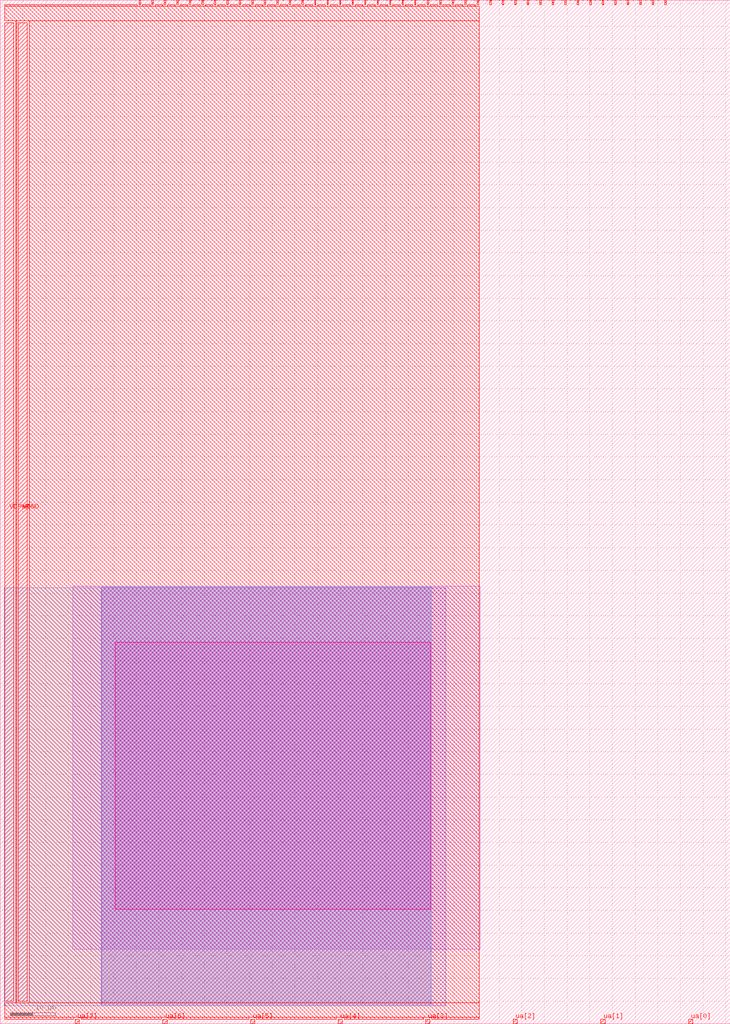
<source format=lef>
MACRO tt_um_bgr_agolmanesh
  CLASS BLOCK ;
  FOREIGN tt_um_bgr_agolmanesh ;
  ORIGIN 0.000 0.000 ;
  SIZE 161.000 BY 225.760 ;
  PIN clk
    DIRECTION INPUT ;
    USE SIGNAL ;
    PORT
      LAYER met4 ;
        RECT 143.830 224.760 144.130 225.760 ;
    END
  END clk
  PIN ena
    DIRECTION INPUT ;
    USE SIGNAL ;
    PORT
      LAYER met4 ;
        RECT 146.590 224.760 146.890 225.760 ;
    END
  END ena
  PIN rst_n
    DIRECTION INPUT ;
    USE SIGNAL ;
    PORT
      LAYER met4 ;
        RECT 141.070 224.760 141.370 225.760 ;
    END
  END rst_n
  PIN ua[0]
    DIRECTION INOUT ;
    USE SIGNAL ;
    PORT
      LAYER met4 ;
        RECT 151.810 0.000 152.710 1.000 ;
    END
  END ua[0]
  PIN ua[1]
    DIRECTION INOUT ;
    USE SIGNAL ;
    PORT
      LAYER met4 ;
        RECT 132.490 0.000 133.390 1.000 ;
    END
  END ua[1]
  PIN ua[2]
    DIRECTION INOUT ;
    USE SIGNAL ;
    PORT
      LAYER met4 ;
        RECT 113.170 0.000 114.070 1.000 ;
    END
  END ua[2]
  PIN ua[3]
    DIRECTION INOUT ;
    USE SIGNAL ;
    ANTENNAGATEAREA 40.000000 ;
    ANTENNADIFFAREA 2.900000 ;
    PORT
      LAYER met4 ;
        RECT 93.850 0.000 94.750 1.000 ;
    END
  END ua[3]
  PIN ua[4]
    DIRECTION INOUT ;
    USE SIGNAL ;
    PORT
      LAYER met4 ;
        RECT 74.530 0.000 75.430 1.000 ;
    END
  END ua[4]
  PIN ua[5]
    DIRECTION INOUT ;
    USE SIGNAL ;
    PORT
      LAYER met4 ;
        RECT 55.210 0.000 56.110 1.000 ;
    END
  END ua[5]
  PIN ua[6]
    DIRECTION INOUT ;
    USE SIGNAL ;
    PORT
      LAYER met4 ;
        RECT 35.890 0.000 36.790 1.000 ;
    END
  END ua[6]
  PIN ua[7]
    DIRECTION INOUT ;
    USE SIGNAL ;
    PORT
      LAYER met4 ;
        RECT 16.570 0.000 17.470 1.000 ;
    END
  END ua[7]
  PIN ui_in[0]
    DIRECTION INPUT ;
    USE SIGNAL ;
    PORT
      LAYER met4 ;
        RECT 138.310 224.760 138.610 225.760 ;
    END
  END ui_in[0]
  PIN ui_in[1]
    DIRECTION INPUT ;
    USE SIGNAL ;
    PORT
      LAYER met4 ;
        RECT 135.550 224.760 135.850 225.760 ;
    END
  END ui_in[1]
  PIN ui_in[2]
    DIRECTION INPUT ;
    USE SIGNAL ;
    PORT
      LAYER met4 ;
        RECT 132.790 224.760 133.090 225.760 ;
    END
  END ui_in[2]
  PIN ui_in[3]
    DIRECTION INPUT ;
    USE SIGNAL ;
    PORT
      LAYER met4 ;
        RECT 130.030 224.760 130.330 225.760 ;
    END
  END ui_in[3]
  PIN ui_in[4]
    DIRECTION INPUT ;
    USE SIGNAL ;
    PORT
      LAYER met4 ;
        RECT 127.270 224.760 127.570 225.760 ;
    END
  END ui_in[4]
  PIN ui_in[5]
    DIRECTION INPUT ;
    USE SIGNAL ;
    PORT
      LAYER met4 ;
        RECT 124.510 224.760 124.810 225.760 ;
    END
  END ui_in[5]
  PIN ui_in[6]
    DIRECTION INPUT ;
    USE SIGNAL ;
    PORT
      LAYER met4 ;
        RECT 121.750 224.760 122.050 225.760 ;
    END
  END ui_in[6]
  PIN ui_in[7]
    DIRECTION INPUT ;
    USE SIGNAL ;
    PORT
      LAYER met4 ;
        RECT 118.990 224.760 119.290 225.760 ;
    END
  END ui_in[7]
  PIN uio_in[0]
    DIRECTION INPUT ;
    USE SIGNAL ;
    PORT
      LAYER met4 ;
        RECT 116.230 224.760 116.530 225.760 ;
    END
  END uio_in[0]
  PIN uio_in[1]
    DIRECTION INPUT ;
    USE SIGNAL ;
    PORT
      LAYER met4 ;
        RECT 113.470 224.760 113.770 225.760 ;
    END
  END uio_in[1]
  PIN uio_in[2]
    DIRECTION INPUT ;
    USE SIGNAL ;
    PORT
      LAYER met4 ;
        RECT 110.710 224.760 111.010 225.760 ;
    END
  END uio_in[2]
  PIN uio_in[3]
    DIRECTION INPUT ;
    USE SIGNAL ;
    PORT
      LAYER met4 ;
        RECT 107.950 224.760 108.250 225.760 ;
    END
  END uio_in[3]
  PIN uio_in[4]
    DIRECTION INPUT ;
    USE SIGNAL ;
    PORT
      LAYER met4 ;
        RECT 105.190 224.760 105.490 225.760 ;
    END
  END uio_in[4]
  PIN uio_in[5]
    DIRECTION INPUT ;
    USE SIGNAL ;
    PORT
      LAYER met4 ;
        RECT 102.430 224.760 102.730 225.760 ;
    END
  END uio_in[5]
  PIN uio_in[6]
    DIRECTION INPUT ;
    USE SIGNAL ;
    PORT
      LAYER met4 ;
        RECT 99.670 224.760 99.970 225.760 ;
    END
  END uio_in[6]
  PIN uio_in[7]
    DIRECTION INPUT ;
    USE SIGNAL ;
    PORT
      LAYER met4 ;
        RECT 96.910 224.760 97.210 225.760 ;
    END
  END uio_in[7]
  PIN uio_oe[0]
    DIRECTION OUTPUT ;
    USE SIGNAL ;
    ANTENNAGATEAREA 66.000000 ;
    ANTENNADIFFAREA 1623.806519 ;
    PORT
      LAYER met4 ;
        RECT 49.990 224.760 50.290 225.760 ;
    END
  END uio_oe[0]
  PIN uio_oe[1]
    DIRECTION OUTPUT ;
    USE SIGNAL ;
    ANTENNAGATEAREA 66.000000 ;
    ANTENNADIFFAREA 1623.806519 ;
    PORT
      LAYER met4 ;
        RECT 47.230 224.760 47.530 225.760 ;
    END
  END uio_oe[1]
  PIN uio_oe[2]
    DIRECTION OUTPUT ;
    USE SIGNAL ;
    ANTENNAGATEAREA 66.000000 ;
    ANTENNADIFFAREA 1623.806519 ;
    PORT
      LAYER met4 ;
        RECT 44.470 224.760 44.770 225.760 ;
    END
  END uio_oe[2]
  PIN uio_oe[3]
    DIRECTION OUTPUT ;
    USE SIGNAL ;
    ANTENNAGATEAREA 66.000000 ;
    ANTENNADIFFAREA 1623.806519 ;
    PORT
      LAYER met4 ;
        RECT 41.710 224.760 42.010 225.760 ;
    END
  END uio_oe[3]
  PIN uio_oe[4]
    DIRECTION OUTPUT ;
    USE SIGNAL ;
    ANTENNAGATEAREA 66.000000 ;
    ANTENNADIFFAREA 1623.806519 ;
    PORT
      LAYER met4 ;
        RECT 38.950 224.760 39.250 225.760 ;
    END
  END uio_oe[4]
  PIN uio_oe[5]
    DIRECTION OUTPUT ;
    USE SIGNAL ;
    ANTENNAGATEAREA 66.000000 ;
    ANTENNADIFFAREA 1623.806519 ;
    PORT
      LAYER met4 ;
        RECT 36.190 224.760 36.490 225.760 ;
    END
  END uio_oe[5]
  PIN uio_oe[6]
    DIRECTION OUTPUT ;
    USE SIGNAL ;
    ANTENNAGATEAREA 66.000000 ;
    ANTENNADIFFAREA 1623.806519 ;
    PORT
      LAYER met4 ;
        RECT 33.430 224.760 33.730 225.760 ;
    END
  END uio_oe[6]
  PIN uio_oe[7]
    DIRECTION OUTPUT ;
    USE SIGNAL ;
    ANTENNAGATEAREA 66.000000 ;
    ANTENNADIFFAREA 1623.806519 ;
    PORT
      LAYER met4 ;
        RECT 30.670 224.760 30.970 225.760 ;
    END
  END uio_oe[7]
  PIN uio_out[0]
    DIRECTION OUTPUT ;
    USE SIGNAL ;
    ANTENNAGATEAREA 66.000000 ;
    ANTENNADIFFAREA 1623.806519 ;
    PORT
      LAYER met4 ;
        RECT 72.070 224.760 72.370 225.760 ;
    END
  END uio_out[0]
  PIN uio_out[1]
    DIRECTION OUTPUT ;
    USE SIGNAL ;
    ANTENNAGATEAREA 66.000000 ;
    ANTENNADIFFAREA 1623.806519 ;
    PORT
      LAYER met4 ;
        RECT 69.310 224.760 69.610 225.760 ;
    END
  END uio_out[1]
  PIN uio_out[2]
    DIRECTION OUTPUT ;
    USE SIGNAL ;
    ANTENNAGATEAREA 66.000000 ;
    ANTENNADIFFAREA 1623.806519 ;
    PORT
      LAYER met4 ;
        RECT 66.550 224.760 66.850 225.760 ;
    END
  END uio_out[2]
  PIN uio_out[3]
    DIRECTION OUTPUT ;
    USE SIGNAL ;
    ANTENNAGATEAREA 66.000000 ;
    ANTENNADIFFAREA 1623.806519 ;
    PORT
      LAYER met4 ;
        RECT 63.790 224.760 64.090 225.760 ;
    END
  END uio_out[3]
  PIN uio_out[4]
    DIRECTION OUTPUT ;
    USE SIGNAL ;
    ANTENNAGATEAREA 66.000000 ;
    ANTENNADIFFAREA 1623.806519 ;
    PORT
      LAYER met4 ;
        RECT 61.030 224.760 61.330 225.760 ;
    END
  END uio_out[4]
  PIN uio_out[5]
    DIRECTION OUTPUT ;
    USE SIGNAL ;
    ANTENNAGATEAREA 66.000000 ;
    ANTENNADIFFAREA 1623.806519 ;
    PORT
      LAYER met4 ;
        RECT 58.270 224.760 58.570 225.760 ;
    END
  END uio_out[5]
  PIN uio_out[6]
    DIRECTION OUTPUT ;
    USE SIGNAL ;
    ANTENNAGATEAREA 66.000000 ;
    ANTENNADIFFAREA 1623.806519 ;
    PORT
      LAYER met4 ;
        RECT 55.510 224.760 55.810 225.760 ;
    END
  END uio_out[6]
  PIN uio_out[7]
    DIRECTION OUTPUT ;
    USE SIGNAL ;
    ANTENNAGATEAREA 66.000000 ;
    ANTENNADIFFAREA 1623.806519 ;
    PORT
      LAYER met4 ;
        RECT 52.750 224.760 53.050 225.760 ;
    END
  END uio_out[7]
  PIN uo_out[0]
    DIRECTION OUTPUT ;
    USE SIGNAL ;
    ANTENNAGATEAREA 66.000000 ;
    ANTENNADIFFAREA 1623.806519 ;
    PORT
      LAYER met4 ;
        RECT 94.150 224.760 94.450 225.760 ;
    END
  END uo_out[0]
  PIN uo_out[1]
    DIRECTION OUTPUT ;
    USE SIGNAL ;
    ANTENNAGATEAREA 66.000000 ;
    ANTENNADIFFAREA 1623.806519 ;
    PORT
      LAYER met4 ;
        RECT 91.390 224.760 91.690 225.760 ;
    END
  END uo_out[1]
  PIN uo_out[2]
    DIRECTION OUTPUT ;
    USE SIGNAL ;
    ANTENNAGATEAREA 66.000000 ;
    ANTENNADIFFAREA 1623.806519 ;
    PORT
      LAYER met4 ;
        RECT 88.630 224.760 88.930 225.760 ;
    END
  END uo_out[2]
  PIN uo_out[3]
    DIRECTION OUTPUT ;
    USE SIGNAL ;
    ANTENNAGATEAREA 66.000000 ;
    ANTENNADIFFAREA 1623.806519 ;
    PORT
      LAYER met4 ;
        RECT 85.870 224.760 86.170 225.760 ;
    END
  END uo_out[3]
  PIN uo_out[4]
    DIRECTION OUTPUT ;
    USE SIGNAL ;
    ANTENNAGATEAREA 66.000000 ;
    ANTENNADIFFAREA 1623.806519 ;
    PORT
      LAYER met4 ;
        RECT 83.110 224.760 83.410 225.760 ;
    END
  END uo_out[4]
  PIN uo_out[5]
    DIRECTION OUTPUT ;
    USE SIGNAL ;
    ANTENNAGATEAREA 66.000000 ;
    ANTENNADIFFAREA 1623.806519 ;
    PORT
      LAYER met4 ;
        RECT 80.350 224.760 80.650 225.760 ;
    END
  END uo_out[5]
  PIN uo_out[6]
    DIRECTION OUTPUT ;
    USE SIGNAL ;
    ANTENNAGATEAREA 66.000000 ;
    ANTENNADIFFAREA 1623.806519 ;
    PORT
      LAYER met4 ;
        RECT 77.590 224.760 77.890 225.760 ;
    END
  END uo_out[6]
  PIN uo_out[7]
    DIRECTION OUTPUT ;
    USE SIGNAL ;
    ANTENNAGATEAREA 66.000000 ;
    ANTENNADIFFAREA 1623.806519 ;
    PORT
      LAYER met4 ;
        RECT 74.830 224.760 75.130 225.760 ;
    END
  END uo_out[7]
  PIN VDPWR
    DIRECTION INOUT ;
    USE POWER ;
    PORT
      LAYER met4 ;
        RECT 1.000 5.000 3.000 220.760 ;
    END
  END VDPWR
  PIN VGND
    DIRECTION INOUT ;
    USE GROUND ;
    PORT
      LAYER met4 ;
        RECT 4.000 5.000 6.000 220.760 ;
    END
  END VGND
  OBS
      LAYER nwell ;
        RECT 25.335 25.255 94.905 84.155 ;
      LAYER li1 ;
        RECT 15.970 16.390 105.905 96.450 ;
      LAYER met1 ;
        RECT 22.310 3.980 98.230 96.210 ;
      LAYER met2 ;
        RECT 22.370 3.930 95.015 96.230 ;
      LAYER met3 ;
        RECT 0.930 3.955 95.040 96.205 ;
      LAYER met4 ;
        RECT 0.985 224.360 30.270 224.760 ;
        RECT 31.370 224.360 33.030 224.760 ;
        RECT 34.130 224.360 35.790 224.760 ;
        RECT 36.890 224.360 38.550 224.760 ;
        RECT 39.650 224.360 41.310 224.760 ;
        RECT 42.410 224.360 44.070 224.760 ;
        RECT 45.170 224.360 46.830 224.760 ;
        RECT 47.930 224.360 49.590 224.760 ;
        RECT 50.690 224.360 52.350 224.760 ;
        RECT 53.450 224.360 55.110 224.760 ;
        RECT 56.210 224.360 57.870 224.760 ;
        RECT 58.970 224.360 60.630 224.760 ;
        RECT 61.730 224.360 63.390 224.760 ;
        RECT 64.490 224.360 66.150 224.760 ;
        RECT 67.250 224.360 68.910 224.760 ;
        RECT 70.010 224.360 71.670 224.760 ;
        RECT 72.770 224.360 74.430 224.760 ;
        RECT 75.530 224.360 77.190 224.760 ;
        RECT 78.290 224.360 79.950 224.760 ;
        RECT 81.050 224.360 82.710 224.760 ;
        RECT 83.810 224.360 85.470 224.760 ;
        RECT 86.570 224.360 88.230 224.760 ;
        RECT 89.330 224.360 90.990 224.760 ;
        RECT 92.090 224.360 93.750 224.760 ;
        RECT 94.850 224.360 96.510 224.760 ;
        RECT 97.610 224.360 99.270 224.760 ;
        RECT 100.370 224.360 102.030 224.760 ;
        RECT 103.130 224.360 104.790 224.760 ;
        RECT 0.985 221.160 105.630 224.360 ;
        RECT 3.400 4.600 3.600 221.160 ;
        RECT 6.400 4.600 105.630 221.160 ;
        RECT 0.985 1.400 105.630 4.600 ;
        RECT 0.985 1.000 16.170 1.400 ;
        RECT 17.870 1.000 35.490 1.400 ;
        RECT 37.190 1.000 54.810 1.400 ;
        RECT 56.510 1.000 74.130 1.400 ;
        RECT 75.830 1.000 93.450 1.400 ;
        RECT 95.150 1.000 105.630 1.400 ;
  END
END tt_um_bgr_agolmanesh
END LIBRARY


</source>
